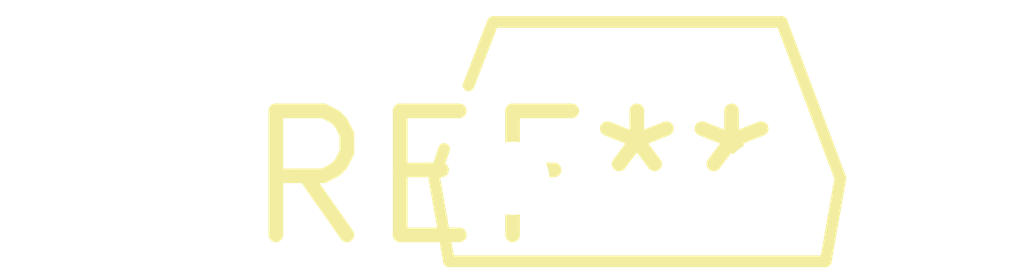
<source format=kicad_pcb>
(kicad_pcb (version 20240108) (generator pcbnew)
  (layers (0 "F.Cu" signal) (31 "B.Cu" signal) (34 "B.Paste" user) (35 "F.Paste" user) (36 "B.SilkS" user "B.Silkscreen") (37 "F.SilkS" user "F.Silkscreen") (38 "B.Mask" user) (39 "F.Mask" user) (44 "Edge.Cuts" user))
  (net 0 "")
  (footprint "TO-92S-2" (layer "F.Cu") (at 0 0)
    (property "Reference" "REF**")
    (property "Value" "TO-92S-2")
    (fp_line (start -0.8 0) (end -0.65 0.85) (layer "F.SilkS") (stroke (width 0.12)))
    (fp_line (start -0.7 -0.3) (end -0.8 0) (layer "F.SilkS") (stroke (width 0.12)))
    (fp_line (start -0.65 0.85) (end 3.2 0.85) (layer "F.SilkS") (stroke (width 0.12)))
    (fp_line (start -0.2 -1.6) (end -0.45 -0.95) (layer "F.SilkS") (stroke (width 0.12)))
    (fp_line (start 2.75 -1.6) (end -0.2 -1.6) (layer "F.SilkS") (stroke (width 0.12)))
    (fp_line (start 3.2 0.85) (end 3.35 0) (layer "F.SilkS") (stroke (width 0.12)))
    (fp_line (start 3.35 0) (end 2.75 -1.6) (layer "F.SilkS") (stroke (width 0.12)))
    (pad "1" thru_hole rect (at 0 0) (size 1.05 1.3) (drill 0.75) (layers *.Cu *.Mask) (remove_unused_layers))
    (pad "2" thru_hole oval (at 2.54 0) (size 1.05 1.3) (drill 0.75) (layers *.Cu *.Mask) (remove_unused_layers))
  )
)
</source>
